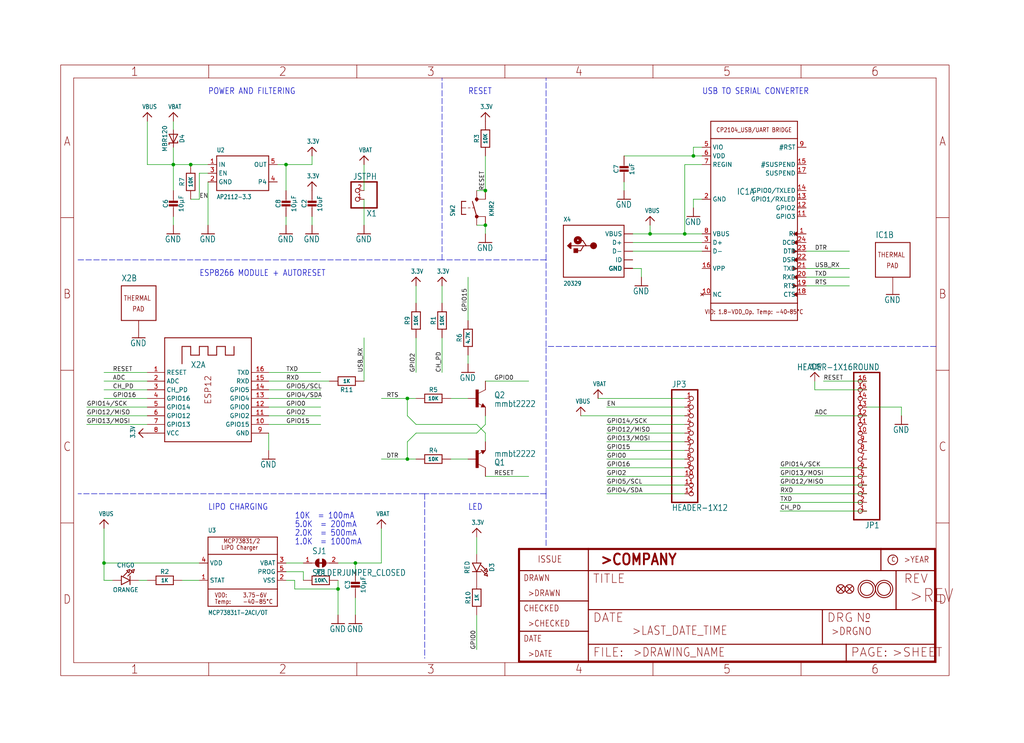
<source format=kicad_sch>
(kicad_sch (version 20211123) (generator eeschema)
  (paper "User" 300.076 217.881)
  (lib_symbols
    (symbol "eagleSchem-eagle-import:3.3V" (power)
      (property "Value" "3.3V" (at -1.524 1.016 0))
      (symbol "3.3V_1_0"
        (pin power_in line (at 0 -2.54 90) (length 2.54) (name "3.3V") (number "1"))
      )
    )
    (symbol "eagleSchem-eagle-import:CAP_CERAMIC0603_NO"
      (property "Reference" "C" (at -2.29 1.25 90))
      (property "Value" "CAP_CERAMIC0603_NO" (at 2.3 1.25 90))
      (symbol "CAP_CERAMIC0603_NO_1_0"
        (pin passive line (at 0 5.08 270) (length 2.54) (name "1") (number "1"))
        (pin passive line (at 0 -2.54 90) (length 2.54) (name "2") (number "2"))
      )
    )
    (symbol "eagleSchem-eagle-import:CAP_CERAMIC0805-NOOUTLINE"
      (property "Reference" "C" (at -2.29 1.25 90))
      (property "Value" "CAP_CERAMIC0805-NOOUTLINE" (at 2.3 1.25 90))
      (symbol "CAP_CERAMIC0805-NOOUTLINE_1_0"
        (pin passive line (at 0 5.08 270) (length 2.54) (name "1") (number "1"))
        (pin passive line (at 0 -2.54 90) (length 2.54) (name "2") (number "2"))
      )
    )
    (symbol "eagleSchem-eagle-import:CON_JST_PH_2PIN"
      (property "Reference" "X" (at -6.35 5.715 0))
      (property "Value" "CON_JST_PH_2PIN" (at -6.35 -5.08 0))
      (symbol "CON_JST_PH_2PIN_1_0"
        (pin passive inverted (at -2.54 2.54 0) (length 2.54) (name "1") (number "1"))
        (pin passive inverted (at -2.54 0 0) (length 2.54) (name "2") (number "2"))
      )
    )
    (symbol "eagleSchem-eagle-import:CP2104"
      (property "Reference" "U" (at -5.08 6.35 0))
      (symbol "CP2104_1_0"
        (text "CP2104_USB/UART BRIDGE" (at 0 25.4 0) (effects (font (size 1.27 1.0795))))
        (text "VIO: 1.8-VDD_Op. Temp: -40~85°C" (at 0 -27.94 0) (effects (font (size 1.27 1.0795))))
        (pin input line (at 15.24 -5.08 180) (length 2.54) (name "RI") (number "1"))
        (pin no_connect line (at -15.24 -22.86 0) (length 2.54) (name "NC") (number "10"))
        (pin bidirectional line (at 15.24 0 180) (length 2.54) (name "GPIO3") (number "11"))
        (pin bidirectional line (at 15.24 2.54 180) (length 2.54) (name "GPIO2") (number "12"))
        (pin bidirectional line (at 15.24 5.08 180) (length 2.54) (name "GPIO1/RXLED") (number "13"))
        (pin bidirectional line (at 15.24 7.62 180) (length 2.54) (name "GPIO0/TXLED") (number "14"))
        (pin output line (at 15.24 15.24 180) (length 2.54) (name "#SUSPEND") (number "15"))
        (pin bidirectional line (at -15.24 -15.24 0) (length 2.54) (name "VPP") (number "16"))
        (pin output line (at 15.24 12.7 180) (length 2.54) (name "SUSPEND") (number "17"))
        (pin input line (at 15.24 -22.86 180) (length 2.54) (name "CTS") (number "18"))
        (pin output line (at 15.24 -20.32 180) (length 2.54) (name "RTS") (number "19"))
        (pin power_in line (at -15.24 5.08 0) (length 2.54) (name "GND") (number "2"))
        (pin input line (at 15.24 -17.78 180) (length 2.54) (name "RXD") (number "20"))
        (pin output line (at 15.24 -15.24 180) (length 2.54) (name "TXD") (number "21"))
        (pin input line (at 15.24 -12.7 180) (length 2.54) (name "DSR") (number "22"))
        (pin output line (at 15.24 -10.16 180) (length 2.54) (name "DTR") (number "23"))
        (pin input line (at 15.24 -7.62 180) (length 2.54) (name "DCD") (number "24"))
        (pin bidirectional line (at -15.24 -7.62 0) (length 2.54) (name "D+") (number "3"))
        (pin bidirectional line (at -15.24 -10.16 0) (length 2.54) (name "D-") (number "4"))
        (pin power_in line (at -15.24 20.32 0) (length 2.54) (name "VIO") (number "5"))
        (pin power_in line (at -15.24 17.78 0) (length 2.54) (name "VDD") (number "6"))
        (pin power_in line (at -15.24 15.24 0) (length 2.54) (name "REGIN") (number "7"))
        (pin power_in line (at -15.24 -5.08 0) (length 2.54) (name "VBUS") (number "8"))
        (pin bidirectional line (at 15.24 20.32 180) (length 2.54) (name "#RST") (number "9"))
      )
      (symbol "CP2104_2_0"
        (text "PAD" (at -1.905 -2.54 0) (effects (font (size 1.4224 1.209)) (justify left bottom)))
        (text "THERMAL" (at -4.445 0.635 0) (effects (font (size 1.4224 1.209)) (justify left bottom)))
        (pin power_in line (at 0 -7.62 90) (length 2.54) (name "TP") (number "THERM"))
      )
    )
    (symbol "eagleSchem-eagle-import:DIODE-SCHOTTKYSOD-123"
      (property "Reference" "D" (at 0 2.54 0))
      (property "Value" "DIODE-SCHOTTKYSOD-123" (at 0 -2.5 0))
      (symbol "DIODE-SCHOTTKYSOD-123_1_0"
        (pin passive line (at -2.54 0 0) (length 2.54) (name "A") (number "A"))
        (pin passive line (at 2.54 0 180) (length 2.54) (name "C") (number "C"))
      )
    )
    (symbol "eagleSchem-eagle-import:ESP-12S"
      (symbol "ESP-12S_1_0"
        (text "ESP12" (at 0 0 900) (effects (font (size 1.778 1.778))))
        (pin input line (at -17.78 5.08 0) (length 5.08) (name "RESET") (number "1"))
        (pin bidirectional line (at 17.78 -10.16 180) (length 5.08) (name "GPIO15") (number "10"))
        (pin bidirectional line (at 17.78 -7.62 180) (length 5.08) (name "GPIO2") (number "11"))
        (pin bidirectional line (at 17.78 -5.08 180) (length 5.08) (name "GPIO0") (number "12"))
        (pin bidirectional line (at 17.78 -2.54 180) (length 5.08) (name "GPIO4") (number "13"))
        (pin bidirectional line (at 17.78 0 180) (length 5.08) (name "GPIO5") (number "14"))
        (pin input line (at 17.78 2.54 180) (length 5.08) (name "RXD") (number "15"))
        (pin output line (at 17.78 5.08 180) (length 5.08) (name "TXD") (number "16"))
        (pin passive line (at -17.78 2.54 0) (length 5.08) (name "ADC") (number "2"))
        (pin input line (at -17.78 0 0) (length 5.08) (name "CH_PD") (number "3"))
        (pin bidirectional line (at -17.78 -2.54 0) (length 5.08) (name "GPIO16") (number "4"))
        (pin bidirectional line (at -17.78 -5.08 0) (length 5.08) (name "GPIO14") (number "5"))
        (pin bidirectional line (at -17.78 -7.62 0) (length 5.08) (name "GPIO12") (number "6"))
        (pin bidirectional line (at -17.78 -10.16 0) (length 5.08) (name "GPIO13") (number "7"))
        (pin power_in line (at -17.78 -12.7 0) (length 5.08) (name "VCC") (number "8"))
        (pin power_in line (at 17.78 -12.7 180) (length 5.08) (name "GND") (number "9"))
      )
      (symbol "ESP-12S_2_0"
        (text "PAD" (at -1.905 -2.54 0) (effects (font (size 1.4224 1.209)) (justify left bottom)))
        (text "THERMAL" (at -4.445 0.635 0) (effects (font (size 1.4224 1.209)) (justify left bottom)))
        (pin power_in line (at 0 -7.62 90) (length 2.54) (name "TP") (number "P$1"))
      )
    )
    (symbol "eagleSchem-eagle-import:FIDUCIAL_1MM")
    (symbol "eagleSchem-eagle-import:FRAME_A4"
      (symbol "FRAME_A4_1_0"
        (text "1" (at 21.6958 1.905 0) (effects (font (size 2.54 2.286))))
        (text "1" (at 21.6958 177.165 0) (effects (font (size 2.54 2.286))))
        (text "2" (at 65.0875 1.905 0) (effects (font (size 2.54 2.286))))
        (text "2" (at 65.0875 177.165 0) (effects (font (size 2.54 2.286))))
        (text "3" (at 108.4792 1.905 0) (effects (font (size 2.54 2.286))))
        (text "3" (at 108.4792 177.165 0) (effects (font (size 2.54 2.286))))
        (text "4" (at 151.8708 1.905 0) (effects (font (size 2.54 2.286))))
        (text "4" (at 151.8708 177.165 0) (effects (font (size 2.54 2.286))))
        (text "5" (at 195.2625 1.905 0) (effects (font (size 2.54 2.286))))
        (text "5" (at 195.2625 177.165 0) (effects (font (size 2.54 2.286))))
        (text "6" (at 238.6542 1.905 0) (effects (font (size 2.54 2.286))))
        (text "6" (at 238.6542 177.165 0) (effects (font (size 2.54 2.286))))
        (text "A" (at 1.905 156.6863 0) (effects (font (size 2.54 2.286))))
        (text "A" (at 258.445 156.6863 0) (effects (font (size 2.54 2.286))))
        (text "B" (at 1.905 111.9188 0) (effects (font (size 2.54 2.286))))
        (text "B" (at 258.445 111.9188 0) (effects (font (size 2.54 2.286))))
        (text "C" (at 1.905 67.1513 0) (effects (font (size 2.54 2.286))))
        (text "C" (at 258.445 67.1513 0) (effects (font (size 2.54 2.286))))
        (text "D" (at 1.905 22.3838 0) (effects (font (size 2.54 2.286))))
        (text "D" (at 258.445 22.3838 0) (effects (font (size 2.54 2.286))))
      )
      (symbol "FRAME_A4_2_0"
        (text ">CHECKED" (at 2.2352 11.7348 0) (effects (font (size 1.778 1.5113)) (justify left bottom)))
        (text ">COMPANY" (at 23.349 29.6735 0) (effects (font (size 3.175 2.6987) (thickness 0.5397) bold) (justify left bottom)))
        (text ">DATE" (at 2.2352 2.8448 0) (effects (font (size 1.778 1.5113)) (justify left bottom)))
        (text ">DRAWING_NAME" (at 33.0327 2.8448 0) (effects (font (size 2.54 2.159)) (justify left bottom)))
        (text ">DRAWN" (at 2.2352 20.6248 0) (effects (font (size 1.778 1.5113)) (justify left bottom)))
        (text ">DRGNO" (at 91.1352 9.1948 0) (effects (font (size 2.1844 1.8567)) (justify left bottom)))
        (text ">LAST_DATE_TIME" (at 32.7152 9.1948 0) (effects (font (size 2.54 2.159)) (justify left bottom)))
        (text ">REV" (at 113.9952 18.7198 0) (effects (font (size 3.81 3.2385)) (justify left bottom)))
        (text ">SHEET" (at 108.9152 2.8448 0) (effects (font (size 2.54 2.54)) (justify left bottom)))
        (text ">YEAR" (at 112.4077 30.4673 0) (effects (font (size 1.778 1.5113)) (justify left bottom)))
        (text "C" (at 108.7564 30.7848 0) (effects (font (size 1.27 1.0795)) (justify left bottom)))
        (text "CHECKED" (at 0.9652 16.1798 0) (effects (font (size 1.778 1.5113)) (justify left bottom)))
        (text "DATE" (at 0.9652 7.2898 0) (effects (font (size 1.778 1.5113)) (justify left bottom)))
        (text "DATE" (at 21.2852 13.0048 0) (effects (font (size 2.54 2.54)) (justify left bottom)))
        (text "DRAWN" (at 0.9652 25.0698 0) (effects (font (size 1.778 1.5113)) (justify left bottom)))
        (text "DRG" (at 89.8652 13.0048 0) (effects (font (size 2.54 2.54)) (justify left bottom)))
        (text "FILE:" (at 21.2852 2.8448 0) (effects (font (size 2.54 2.54)) (justify left bottom)))
        (text "ISSUE" (at 5.0927 30.4673 0) (effects (font (size 1.9304 1.6408)) (justify left bottom)))
        (text "N" (at 98.4377 13.0048 0) (effects (font (size 2.54 2.54)) (justify left bottom)))
        (text "o" (at 100.9777 13.9573 0) (effects (font (size 2.1844 1.8567)) (justify left bottom)))
        (text "PAGE:" (at 96.8502 2.8448 0) (effects (font (size 2.54 2.54)) (justify left bottom)))
        (text "REV" (at 112.4077 24.4348 0) (effects (font (size 2.54 2.54)) (justify left bottom)))
        (text "TITLE" (at 21.2852 24.4348 0) (effects (font (size 2.54 2.54)) (justify left bottom)))
      )
    )
    (symbol "eagleSchem-eagle-import:GND" (power)
      (property "Value" "GND" (at -2.54 -2.54 0))
      (symbol "GND_1_0"
        (pin power_in line (at 0 2.54 270) (length 2.54) (name "GND") (number "1"))
      )
    )
    (symbol "eagleSchem-eagle-import:HEADER-1X12"
      (property "Reference" "JP" (at -6.35 18.415 0))
      (property "Value" "HEADER-1X12" (at -6.35 -17.78 0))
      (symbol "HEADER-1X12_1_0"
        (pin passive inverted (at -2.54 15.24 0) (length 2.54) (name "1") (number "1"))
        (pin passive inverted (at -2.54 -7.62 0) (length 2.54) (name "10") (number "10"))
        (pin passive inverted (at -2.54 -10.16 0) (length 2.54) (name "11") (number "11"))
        (pin passive inverted (at -2.54 -12.7 0) (length 2.54) (name "12") (number "12"))
        (pin passive inverted (at -2.54 12.7 0) (length 2.54) (name "2") (number "2"))
        (pin passive inverted (at -2.54 10.16 0) (length 2.54) (name "3") (number "3"))
        (pin passive inverted (at -2.54 7.62 0) (length 2.54) (name "4") (number "4"))
        (pin passive inverted (at -2.54 5.08 0) (length 2.54) (name "5") (number "5"))
        (pin passive inverted (at -2.54 2.54 0) (length 2.54) (name "6") (number "6"))
        (pin passive inverted (at -2.54 0 0) (length 2.54) (name "7") (number "7"))
        (pin passive inverted (at -2.54 -2.54 0) (length 2.54) (name "8") (number "8"))
        (pin passive inverted (at -2.54 -5.08 0) (length 2.54) (name "9") (number "9"))
      )
    )
    (symbol "eagleSchem-eagle-import:HEADER-1X16ROUND"
      (property "Reference" "JP" (at -6.35 20.955 0))
      (property "Value" "HEADER-1X16ROUND" (at -6.35 -25.4 0))
      (symbol "HEADER-1X16ROUND_1_0"
        (pin passive inverted (at -2.54 17.78 0) (length 2.54) (name "1") (number "1"))
        (pin passive inverted (at -2.54 -5.08 0) (length 2.54) (name "10") (number "10"))
        (pin passive inverted (at -2.54 -7.62 0) (length 2.54) (name "11") (number "11"))
        (pin passive inverted (at -2.54 -10.16 0) (length 2.54) (name "12") (number "12"))
        (pin passive inverted (at -2.54 -12.7 0) (length 2.54) (name "13") (number "13"))
        (pin passive inverted (at -2.54 -15.24 0) (length 2.54) (name "14") (number "14"))
        (pin passive inverted (at -2.54 -17.78 0) (length 2.54) (name "15") (number "15"))
        (pin passive inverted (at -2.54 -20.32 0) (length 2.54) (name "16") (number "16"))
        (pin passive inverted (at -2.54 15.24 0) (length 2.54) (name "2") (number "2"))
        (pin passive inverted (at -2.54 12.7 0) (length 2.54) (name "3") (number "3"))
        (pin passive inverted (at -2.54 10.16 0) (length 2.54) (name "4") (number "4"))
        (pin passive inverted (at -2.54 7.62 0) (length 2.54) (name "5") (number "5"))
        (pin passive inverted (at -2.54 5.08 0) (length 2.54) (name "6") (number "6"))
        (pin passive inverted (at -2.54 2.54 0) (length 2.54) (name "7") (number "7"))
        (pin passive inverted (at -2.54 0 0) (length 2.54) (name "8") (number "8"))
        (pin passive inverted (at -2.54 -2.54 0) (length 2.54) (name "9") (number "9"))
      )
    )
    (symbol "eagleSchem-eagle-import:LED0805_NOOUTLINE"
      (property "Reference" "D" (at -1.27 4.445 0))
      (property "Value" "LED0805_NOOUTLINE" (at -1.27 -2.794 0))
      (symbol "LED0805_NOOUTLINE_1_0"
        (pin passive line (at -5.08 0 0) (length 2.54) (name "A") (number "A"))
        (pin passive line (at 2.54 0 180) (length 2.54) (name "C") (number "C"))
      )
    )
    (symbol "eagleSchem-eagle-import:MCP73831{slash}2"
      (property "Reference" "U" (at -10.16 11.43 0))
      (property "Value" "MCP73831{slash}2" (at -10.16 -12.7 0))
      (symbol "MCP73831{slash}2_1_0"
        (text "-40-85°C" (at 0 -9.525 0) (effects (font (size 1.27 1.0795)) (justify left bottom)))
        (text "3.75-6V" (at 0 -7.62 0) (effects (font (size 1.27 1.0795)) (justify left bottom)))
        (text "LIPO Charger" (at -6.35 6.35 0) (effects (font (size 1.27 1.0795)) (justify left bottom)))
        (text "MCP73831/2" (at -5.715 8.255 0) (effects (font (size 1.27 1.0795)) (justify left bottom)))
        (text "Temp:" (at -8.255 -9.525 0) (effects (font (size 1.27 1.0795)) (justify left bottom)))
        (text "VDD:" (at -8.255 -7.62 0) (effects (font (size 1.27 1.0795)) (justify left bottom)))
        (pin output line (at -12.7 -2.54 0) (length 2.54) (name "STAT") (number "1"))
        (pin power_in line (at 12.7 -2.54 180) (length 2.54) (name "VSS") (number "2"))
        (pin power_in line (at 12.7 2.54 180) (length 2.54) (name "VBAT") (number "3"))
        (pin power_in line (at -12.7 2.54 0) (length 2.54) (name "VDD") (number "4"))
        (pin input line (at 12.7 0 180) (length 2.54) (name "PROG") (number "5"))
      )
    )
    (symbol "eagleSchem-eagle-import:MOUNTINGHOLE2.5")
    (symbol "eagleSchem-eagle-import:RESISTOR_0603MP"
      (property "Reference" "R" (at 0 2.54 0))
      (property "Value" "RESISTOR_0603MP" (at 0 0 0))
      (symbol "RESISTOR_0603MP_1_0"
        (pin passive line (at -5.08 0 0) (length 2.54) (name "1") (number "1"))
        (pin passive line (at 5.08 0 180) (length 2.54) (name "2") (number "2"))
      )
    )
    (symbol "eagleSchem-eagle-import:RESISTOR_0603_NOOUT"
      (property "Reference" "R" (at 0 2.54 0))
      (property "Value" "RESISTOR_0603_NOOUT" (at 0 0 0))
      (symbol "RESISTOR_0603_NOOUT_1_0"
        (pin passive line (at -5.08 0 0) (length 2.54) (name "1") (number "1"))
        (pin passive line (at 5.08 0 180) (length 2.54) (name "2") (number "2"))
      )
    )
    (symbol "eagleSchem-eagle-import:SOLDERJUMPER_CLOSED"
      (property "Reference" "SJ" (at -2.54 2.54 0))
      (property "Value" "SOLDERJUMPER_CLOSED" (at -2.54 -3.81 0))
      (symbol "SOLDERJUMPER_CLOSED_1_0"
        (pin passive line (at -5.08 0 0) (length 2.54) (name "1") (number "1"))
        (pin passive line (at 5.08 0 180) (length 2.54) (name "2") (number "2"))
      )
    )
    (symbol "eagleSchem-eagle-import:SWITCH_TACT_SMT4.6X2.8"
      (property "Reference" "SW" (at -2.54 6.35 0))
      (property "Value" "SWITCH_TACT_SMT4.6X2.8" (at -2.54 -5.08 0))
      (symbol "SWITCH_TACT_SMT4.6X2.8_1_0"
        (pin passive line (at -5.08 0 0) (length 2.54) (name "P") (number "A"))
        (pin passive line (at -5.08 -2.54 0) (length 2.54) (name "P1") (number "A'"))
        (pin passive line (at 5.08 0 180) (length 2.54) (name "S") (number "B"))
        (pin passive line (at 5.08 -2.54 180) (length 2.54) (name "S1") (number "B'"))
      )
    )
    (symbol "eagleSchem-eagle-import:TRANSISTOR_NPNSOT23-3"
      (property "Reference" "Q" (at 5.08 0 0))
      (property "Value" "TRANSISTOR_NPNSOT23-3" (at 5.08 -2.54 0))
      (symbol "TRANSISTOR_NPNSOT23-3_1_0"
        (pin passive line (at -2.54 0 0) (length 2.54) (name "B") (number "1"))
        (pin passive line (at 2.54 -5.08 90) (length 2.54) (name "E") (number "2"))
        (pin passive line (at 2.54 5.08 270) (length 2.54) (name "C") (number "3"))
      )
    )
    (symbol "eagleSchem-eagle-import:USB_MICRO_20329_V2"
      (property "Reference" "X" (at -10.16 8.636 0))
      (property "Value" "USB_MICRO_20329_V2" (at -10.16 -10.16 0))
      (symbol "USB_MICRO_20329_V2_1_0"
        (pin power_in line (at 10.16 -5.08 180) (length 2.54) (name "GND") (number "BASE@1"))
        (pin power_in line (at 10.16 -5.08 180) (length 2.54) (name "GND") (number "BASE@2"))
        (pin bidirectional line (at 10.16 2.54 180) (length 2.54) (name "D+") (number "D+"))
        (pin bidirectional line (at 10.16 0 180) (length 2.54) (name "D-") (number "D-"))
        (pin power_in line (at 10.16 -5.08 180) (length 2.54) (name "GND") (number "GND"))
        (pin bidirectional line (at 10.16 -2.54 180) (length 2.54) (name "ID") (number "ID"))
        (pin power_in line (at 10.16 -5.08 180) (length 2.54) (name "GND") (number "SPRT@1"))
        (pin power_in line (at 10.16 -5.08 180) (length 2.54) (name "GND") (number "SPRT@2"))
        (pin power_in line (at 10.16 -5.08 180) (length 2.54) (name "GND") (number "SPRT@3"))
        (pin power_in line (at 10.16 -5.08 180) (length 2.54) (name "GND") (number "SPRT@4"))
        (pin power_in line (at 10.16 5.08 180) (length 2.54) (name "VBUS") (number "VBUS"))
      )
    )
    (symbol "eagleSchem-eagle-import:VBAT" (power)
      (property "Value" "VBAT" (at -1.524 1.016 0))
      (symbol "VBAT_1_0"
        (pin power_in line (at 0 -2.54 90) (length 2.54) (name "VBAT") (number "1"))
      )
    )
    (symbol "eagleSchem-eagle-import:VBUS" (power)
      (property "Value" "VBUS" (at -1.524 1.016 0))
      (symbol "VBUS_1_0"
        (pin power_in line (at 0 -2.54 90) (length 2.54) (name "VBUS") (number "1"))
      )
    )
    (symbol "eagleSchem-eagle-import:VREG_SOT23-5"
      (property "Reference" "U" (at -7.62 6.096 0))
      (property "Value" "VREG_SOT23-5" (at -7.62 -7.62 0))
      (symbol "VREG_SOT23-5_1_0"
        (pin power_in line (at -10.16 2.54 0) (length 2.54) (name "IN") (number "1"))
        (pin power_in line (at -10.16 -2.54 0) (length 2.54) (name "GND") (number "2"))
        (pin input line (at -10.16 0 0) (length 2.54) (name "EN") (number "3"))
        (pin bidirectional line (at 10.16 -2.54 180) (length 2.54) (name "P4") (number "4"))
        (pin power_in line (at 10.16 2.54 180) (length 2.54) (name "OUT") (number "5"))
      )
    )
  )
  (junction (at 190.5 68.58))
  (junction (at 142.24 55.88))
  (junction (at 30.48 165.1))
  (junction (at 142.24 66.04))
  (junction (at 99.06 172.72))
  (junction (at 50.8 48.26))
  (junction (at 83.82 48.26))
  (junction (at 119.38 116.84))
  (junction (at 203.2 45.72))
  (junction (at 55.88 48.26))
  (junction (at 119.38 134.62))
  (junction (at 104.14 165.1))
  (junction (at 200.66 68.58))
  (wire (pts (xy 238.76 111.76) (xy 238.76 114.3)))
  (wire (pts (xy 60.96 48.26) (xy 55.88 48.26)))
  (wire (pts (xy 43.18 35.56) (xy 43.18 48.26)))
  (wire (pts (xy 254 149.86) (xy 228.6 149.86)))
  (wire (pts (xy 50.8 38.1) (xy 50.8 35.56)))
  (wire (pts (xy 200.66 142.24) (xy 177.8 142.24)))
  (wire (pts (xy 254 121.92) (xy 238.76 121.92)))
  (wire (pts (xy 78.74 109.22) (xy 93.98 109.22)))
  (wire (pts (xy 177.8 127) (xy 200.66 127)))
  (wire (pts (xy 254 144.78) (xy 228.6 144.78)))
  (wire (pts (xy 142.24 129.54) (xy 142.24 127)))
  (polyline (pts (xy 160.02 101.6) (xy 160.02 76.2)))
  (wire (pts (xy 93.98 121.92) (xy 78.74 121.92)))
  (wire (pts (xy 254 139.7) (xy 228.6 139.7)))
  (wire (pts (xy 88.9 165.1) (xy 83.82 165.1)))
  (wire (pts (xy 142.24 45.72) (xy 142.24 55.88)))
  (wire (pts (xy 200.66 121.92) (xy 170.18 121.92)))
  (wire (pts (xy 58.42 58.42) (xy 58.42 50.8)))
  (wire (pts (xy 55.88 48.26) (xy 50.8 48.26)))
  (wire (pts (xy 86.36 170.18) (xy 86.36 172.72)))
  (wire (pts (xy 139.7 66.04) (xy 142.24 66.04)))
  (wire (pts (xy 139.7 124.46) (xy 121.92 124.46)))
  (wire (pts (xy 248.92 81.28) (xy 236.22 81.28)))
  (wire (pts (xy 137.16 106.68) (xy 137.16 104.14)))
  (wire (pts (xy 121.92 124.46) (xy 119.38 121.92)))
  (wire (pts (xy 139.7 162.56) (xy 139.7 157.48)))
  (wire (pts (xy 83.82 170.18) (xy 86.36 170.18)))
  (wire (pts (xy 254 137.16) (xy 228.6 137.16)))
  (wire (pts (xy 187.96 78.74) (xy 187.96 81.28)))
  (wire (pts (xy 83.82 63.5) (xy 83.82 66.04)))
  (wire (pts (xy 142.24 66.04) (xy 142.24 68.58)))
  (wire (pts (xy 137.16 134.62) (xy 132.08 134.62)))
  (wire (pts (xy 88.9 167.64) (xy 88.9 170.18)))
  (wire (pts (xy 142.24 55.88) (xy 139.7 55.88)))
  (wire (pts (xy 25.4 124.46) (xy 43.18 124.46)))
  (wire (pts (xy 106.68 111.76) (xy 106.68 99.06)))
  (wire (pts (xy 205.74 48.26) (xy 200.66 48.26)))
  (polyline (pts (xy 22.86 76.2) (xy 129.54 76.2)))
  (wire (pts (xy 78.74 116.84) (xy 93.98 116.84)))
  (wire (pts (xy 203.2 58.42) (xy 203.2 60.96)))
  (wire (pts (xy 205.74 58.42) (xy 203.2 58.42)))
  (polyline (pts (xy 160.02 160.02) (xy 160.02 144.78)))
  (wire (pts (xy 129.54 99.06) (xy 129.54 109.22)))
  (wire (pts (xy 121.92 88.9) (xy 121.92 83.82)))
  (wire (pts (xy 139.7 127) (xy 121.92 127)))
  (wire (pts (xy 33.02 170.18) (xy 30.48 170.18)))
  (wire (pts (xy 200.66 124.46) (xy 177.8 124.46)))
  (wire (pts (xy 30.48 170.18) (xy 30.48 165.1)))
  (wire (pts (xy 83.82 48.26) (xy 91.44 48.26)))
  (wire (pts (xy 236.22 73.66) (xy 248.92 73.66)))
  (wire (pts (xy 43.18 116.84) (xy 30.48 116.84)))
  (wire (pts (xy 53.34 170.18) (xy 58.42 170.18)))
  (polyline (pts (xy 160.02 76.2) (xy 160.02 22.86)))
  (wire (pts (xy 30.48 165.1) (xy 58.42 165.1)))
  (wire (pts (xy 254 119.38) (xy 264.16 119.38)))
  (wire (pts (xy 175.26 116.84) (xy 200.66 116.84)))
  (wire (pts (xy 40.64 170.18) (xy 43.18 170.18)))
  (polyline (pts (xy 124.46 144.78) (xy 22.86 144.78)))
  (wire (pts (xy 129.54 88.9) (xy 129.54 83.82)))
  (wire (pts (xy 177.8 119.38) (xy 200.66 119.38)))
  (wire (pts (xy 177.8 132.08) (xy 200.66 132.08)))
  (wire (pts (xy 58.42 50.8) (xy 60.96 50.8)))
  (wire (pts (xy 119.38 116.84) (xy 121.92 116.84)))
  (wire (pts (xy 142.24 111.76) (xy 154.94 111.76)))
  (wire (pts (xy 238.76 114.3) (xy 254 114.3)))
  (wire (pts (xy 182.88 53.34) (xy 182.88 55.88)))
  (wire (pts (xy 83.82 167.64) (xy 88.9 167.64)))
  (wire (pts (xy 104.14 165.1) (xy 111.76 165.1)))
  (wire (pts (xy 86.36 172.72) (xy 99.06 172.72)))
  (wire (pts (xy 43.18 121.92) (xy 25.4 121.92)))
  (wire (pts (xy 111.76 154.94) (xy 111.76 165.1)))
  (polyline (pts (xy 274.32 101.6) (xy 160.02 101.6)))
  (wire (pts (xy 93.98 114.3) (xy 78.74 114.3)))
  (wire (pts (xy 248.92 83.82) (xy 236.22 83.82)))
  (wire (pts (xy 104.14 167.64) (xy 104.14 165.1)))
  (wire (pts (xy 228.6 147.32) (xy 254 147.32)))
  (wire (pts (xy 119.38 134.62) (xy 111.76 134.62)))
  (wire (pts (xy 43.18 111.76) (xy 30.48 111.76)))
  (wire (pts (xy 203.2 45.72) (xy 182.88 45.72)))
  (wire (pts (xy 78.74 124.46) (xy 93.98 124.46)))
  (wire (pts (xy 50.8 63.5) (xy 50.8 66.04)))
  (wire (pts (xy 200.66 48.26) (xy 200.66 68.58)))
  (wire (pts (xy 91.44 48.26) (xy 91.44 45.72)))
  (wire (pts (xy 91.44 63.5) (xy 91.44 66.04)))
  (wire (pts (xy 104.14 165.1) (xy 99.06 165.1)))
  (wire (pts (xy 119.38 134.62) (xy 121.92 134.62)))
  (wire (pts (xy 236.22 78.74) (xy 248.92 78.74)))
  (wire (pts (xy 177.8 137.16) (xy 200.66 137.16)))
  (wire (pts (xy 121.92 127) (xy 119.38 129.54)))
  (wire (pts (xy 203.2 43.18) (xy 203.2 45.72)))
  (polyline (pts (xy 129.54 76.2) (xy 129.54 22.86)))
  (polyline (pts (xy 124.46 144.78) (xy 124.46 193.04)))
  (wire (pts (xy 83.82 55.88) (xy 83.82 48.26)))
  (wire (pts (xy 121.92 99.06) (xy 121.92 109.22)))
  (wire (pts (xy 99.06 172.72) (xy 99.06 180.34)))
  (wire (pts (xy 55.88 58.42) (xy 58.42 58.42)))
  (wire (pts (xy 177.8 144.78) (xy 200.66 144.78)))
  (wire (pts (xy 106.68 48.26) (xy 106.68 55.88)))
  (wire (pts (xy 119.38 121.92) (xy 119.38 116.84)))
  (polyline (pts (xy 160.02 144.78) (xy 160.02 101.6)))
  (wire (pts (xy 99.06 170.18) (xy 99.06 172.72)))
  (wire (pts (xy 137.16 93.98) (xy 137.16 81.28)))
  (wire (pts (xy 119.38 129.54) (xy 119.38 134.62)))
  (wire (pts (xy 190.5 68.58) (xy 190.5 66.04)))
  (wire (pts (xy 50.8 43.18) (xy 50.8 48.26)))
  (wire (pts (xy 96.52 111.76) (xy 78.74 111.76)))
  (wire (pts (xy 154.94 139.7) (xy 142.24 139.7)))
  (wire (pts (xy 190.5 68.58) (xy 200.66 68.58)))
  (wire (pts (xy 106.68 66.04) (xy 106.68 58.42)))
  (wire (pts (xy 142.24 124.46) (xy 139.7 127)))
  (wire (pts (xy 142.24 127) (xy 139.7 124.46)))
  (wire (pts (xy 81.28 48.26) (xy 83.82 48.26)))
  (wire (pts (xy 43.18 109.22) (xy 30.48 109.22)))
  (wire (pts (xy 205.74 43.18) (xy 203.2 43.18)))
  (wire (pts (xy 185.42 78.74) (xy 187.96 78.74)))
  (wire (pts (xy 30.48 114.3) (xy 43.18 114.3)))
  (wire (pts (xy 142.24 121.92) (xy 142.24 124.46)))
  (wire (pts (xy 228.6 142.24) (xy 254 142.24)))
  (wire (pts (xy 177.8 139.7) (xy 200.66 139.7)))
  (wire (pts (xy 185.42 71.12) (xy 205.74 71.12)))
  (wire (pts (xy 139.7 180.34) (xy 139.7 190.5)))
  (wire (pts (xy 60.96 53.34) (xy 60.96 66.04)))
  (wire (pts (xy 30.48 154.94) (xy 30.48 165.1)))
  (wire (pts (xy 78.74 119.38) (xy 93.98 119.38)))
  (polyline (pts (xy 160.02 144.78) (xy 124.46 144.78)))
  (wire (pts (xy 205.74 45.72) (xy 203.2 45.72)))
  (wire (pts (xy 104.14 175.26) (xy 104.14 180.34)))
  (wire (pts (xy 185.42 68.58) (xy 190.5 68.58)))
  (wire (pts (xy 185.42 73.66) (xy 205.74 73.66)))
  (wire (pts (xy 200.66 129.54) (xy 177.8 129.54)))
  (wire (pts (xy 200.66 134.62) (xy 177.8 134.62)))
  (polyline (pts (xy 160.02 76.2) (xy 129.54 76.2)))
  (wire (pts (xy 25.4 119.38) (xy 43.18 119.38)))
  (wire (pts (xy 254 111.76) (xy 241.3 111.76)))
  (wire (pts (xy 43.18 48.26) (xy 50.8 48.26)))
  (wire (pts (xy 50.8 48.26) (xy 50.8 55.88)))
  (wire (pts (xy 264.16 119.38) (xy 264.16 121.92)))
  (wire (pts (xy 200.66 68.58) (xy 205.74 68.58)))
  (wire (pts (xy 111.76 116.84) (xy 119.38 116.84)))
  (wire (pts (xy 78.74 127) (xy 78.74 132.08)))
  (wire (pts (xy 132.08 116.84) (xy 137.16 116.84)))
  (text "ESP8266 MODULE + AUTORESET" (at 58.42 81.28 180) (effects (font (size 1.778 1.5113)) (justify left bottom)))
  (text "2.0K  = 500mA" (at 86.36 157.48 180) (effects (font (size 1.778 1.5113)) (justify left bottom)))
  (text "1.0K  = 1000mA" (at 86.36 160.02 180) (effects (font (size 1.778 1.5113)) (justify left bottom)))
  (text "POWER AND FILTERING" (at 60.96 27.94 180) (effects (font (size 1.778 1.5113)) (justify left bottom)))
  (text "LED" (at 137.16 149.86 180) (effects (font (size 1.778 1.5113)) (justify left bottom)))
  (text "10K  = 100mA" (at 86.36 152.4 180) (effects (font (size 1.778 1.5113)) (justify left bottom)))
  (text "5.0K  = 200mA" (at 86.36 154.94 180) (effects (font (size 1.778 1.5113)) (justify left bottom)))
  (text "USB TO SERIAL CONVERTER" (at 205.74 27.94 180) (effects (font (size 1.778 1.5113)) (justify left bottom)))
  (text "RESET" (at 137.16 27.94 180) (effects (font (size 1.778 1.5113)) (justify left bottom)))
  (text "LIPO CHARGING" (at 60.96 149.86 180) (effects (font (size 1.778 1.5113)) (justify left bottom)))
  (label "USB_RX" (at 238.76 78.74 0) (effects (font (size 1.2446 1.2446))))
  (label "CH_PD" (at 33.02 114.3 0) (effects (font (size 1.2446 1.2446))))
  (label "RESET" (at 142.24 55.88 90) (effects (font (size 1.2446 1.2446))))
  (label "GPIO13/MOSI" (at 228.6 139.7 0) (effects (font (size 1.2446 1.2446))))
  (label "GPIO0" (at 177.8 134.62 0) (effects (font (size 1.2446 1.2446))))
  (label "GPIO15" (at 177.8 132.08 0) (effects (font (size 1.2446 1.2446))))
  (label "CH_PD" (at 129.54 109.22 90) (effects (font (size 1.2446 1.2446))))
  (label "GPIO15" (at 83.82 124.46 0) (effects (font (size 1.2446 1.2446))))
  (label "ADC" (at 238.76 121.92 0) (effects (font (size 1.2446 1.2446))))
  (label "GPIO14/SCK" (at 177.8 124.46 0) (effects (font (size 1.2446 1.2446))))
  (label "GPIO5/SCL" (at 83.82 114.3 0) (effects (font (size 1.2446 1.2446))))
  (label "GPIO14/SCK" (at 228.6 137.16 0) (effects (font (size 1.2446 1.2446))))
  (label "GPIO12/MISO" (at 25.4 121.92 0) (effects (font (size 1.2446 1.2446))))
  (label "GPIO2" (at 121.92 109.22 90) (effects (font (size 1.2446 1.2446))))
  (label "GPIO2" (at 177.8 139.7 0) (effects (font (size 1.2446 1.2446))))
  (label "TXD" (at 228.6 147.32 0) (effects (font (size 1.2446 1.2446))))
  (label "TXD" (at 83.82 109.22 0) (effects (font (size 1.2446 1.2446))))
  (label "GPIO16" (at 177.8 137.16 0) (effects (font (size 1.2446 1.2446))))
  (label "GPIO12/MISO" (at 177.8 127 0) (effects (font (size 1.2446 1.2446))))
  (label "GPIO14/SCK" (at 25.4 119.38 0) (effects (font (size 1.2446 1.2446))))
  (label "RESET" (at 144.78 139.7 0) (effects (font (size 1.2446 1.2446))))
  (label "GPIO2" (at 83.82 121.92 0) (effects (font (size 1.2446 1.2446))))
  (label "RESET" (at 241.3 111.76 0) (effects (font (size 1.2446 1.2446))))
  (label "GPIO0" (at 83.82 119.38 0) (effects (font (size 1.2446 1.2446))))
  (label "RESET" (at 33.02 109.22 0) (effects (font (size 1.2446 1.2446))))
  (label "GPIO0" (at 139.7 190.5 90) (effects (font (size 1.2446 1.2446))))
  (label "USB_RX" (at 106.68 109.22 90) (effects (font (size 1.2446 1.2446))))
  (label "EN" (at 58.42 58.42 0) (effects (font (size 1.2446 1.2446))))
  (label "DTR" (at 238.76 73.66 0) (effects (font (size 1.2446 1.2446))))
  (label "GPIO13/MOSI" (at 25.4 124.46 0) (effects (font (size 1.2446 1.2446))))
  (label "GPIO16" (at 33.02 116.84 0) (effects (font (size 1.2446 1.2446))))
  (label "GPIO4/SDA" (at 83.82 116.84 0) (effects (font (size 1.2446 1.2446))))
  (label "DTR" (at 116.84 134.62 180) (effects (font (size 1.2446 1.2446))))
  (label "GPIO15" (at 137.16 91.44 90) (effects (font (size 1.2446 1.2446))))
  (label "GPIO13/MOSI" (at 177.8 129.54 0) (effects (font (size 1.2446 1.2446))))
  (label "GPIO5/SCL" (at 177.8 142.24 0) (effects (font (size 1.2446 1.2446))))
  (label "EN" (at 177.8 119.38 0) (effects (font (size 1.2446 1.2446))))
  (label "RXD" (at 228.6 144.78 0) (effects (font (size 1.2446 1.2446))))
  (label "GPIO12/MISO" (at 228.6 142.24 0) (effects (font (size 1.2446 1.2446))))
  (label "GPIO4/SDA" (at 177.8 144.78 0) (effects (font (size 1.2446 1.2446))))
  (label "GPIO0" (at 144.78 111.76 0) (effects (font (size 1.2446 1.2446))))
  (label "RXD" (at 83.82 111.76 0) (effects (font (size 1.2446 1.2446))))
  (label "RTS" (at 238.76 83.82 0) (effects (font (size 1.2446 1.2446))))
  (label "RTS" (at 116.84 116.84 180) (effects (font (size 1.2446 1.2446))))
  (label "CH_PD" (at 228.6 149.86 0) (effects (font (size 1.2446 1.2446))))
  (label "TXD" (at 238.76 81.28 0) (effects (font (size 1.2446 1.2446))))
  (label "ADC" (at 33.02 111.76 0) (effects (font (size 1.2446 1.2446))))
  (symbol (lib_id "eagleSchem-eagle-import:CON_JST_PH_2PIN") (at 104.14 55.88 180) (unit 1)
    (property "Reference" "X1" (at 110.49 61.595 0) (effects (font (size 1.778 1.5113)) (justify left bottom)))
    (property "Value" "JSTPH" (at 110.49 50.8 0) (effects (font (size 1.778 1.5113)) (justify left bottom)))
    (property "Footprint" "eagleSchem:JSTPH2" (effects hide))
  )
  (symbol (lib_id "eagleSchem-eagle-import:CP2104") (at 261.62 76.2 0) (unit 2)
    (property "Reference" "IC1" (at 256.54 69.85 0) (effects (font (size 1.778 1.5113)) (justify left bottom)))
    (property "Value" "CP2104" (effects hide))
    (property "Footprint" "eagleSchem:QFN24_4MM_SMSC" (effects hide))
  )
  (symbol (lib_id "eagleSchem-eagle-import:RESISTOR_0603_NOOUT") (at 127 116.84 0) (unit 1)
    (property "Reference" "R5" (at 127 114.3 0))
    (property "Value" "10K" (at 127 116.84 0) (effects (font (size 1.016 1.016) bold)))
    (property "Footprint" "eagleSchem:0603-NO" (effects hide))
  )
  (symbol (lib_id "eagleSchem-eagle-import:TRANSISTOR_NPNSOT23-3") (at 139.7 134.62 0) (mirror x) (unit 1)
    (property "Reference" "Q1" (at 144.78 134.62 0) (effects (font (size 1.778 1.5113)) (justify left bottom)))
    (property "Value" "mmbt2222" (at 144.78 132.08 0) (effects (font (size 1.778 1.5113)) (justify left bottom)))
    (property "Footprint" "eagleSchem:SOT23-3" (effects hide))
  )
  (symbol (lib_id "eagleSchem-eagle-import:VBUS") (at 190.5 63.5 0) (unit 1)
    (property "Reference" "#U$18" (effects hide))
    (property "Value" "VBUS" (at 188.976 62.484 0) (effects (font (size 1.27 1.0795)) (justify left bottom)))
    (property "Footprint" "eagleSchem:" (effects hide))
  )
  (symbol (lib_id "eagleSchem-eagle-import:SWITCH_TACT_SMT4.6X2.8") (at 139.7 60.96 90) (unit 1)
    (property "Reference" "SW2" (at 133.35 63.5 0) (effects (font (size 1.27 1.0795)) (justify left bottom)))
    (property "Value" "KMR2" (at 144.78 63.5 0) (effects (font (size 1.27 1.0795)) (justify left bottom)))
    (property "Footprint" "eagleSchem:BTN_KMR2_4.6X2.8" (effects hide))
  )
  (symbol (lib_id "eagleSchem-eagle-import:RESISTOR_0603MP") (at 101.6 111.76 180) (unit 1)
    (property "Reference" "R11" (at 101.6 114.3 0))
    (property "Value" "1K" (at 101.6 111.76 0) (effects (font (size 1.016 1.016) bold)))
    (property "Footprint" "eagleSchem:_0603MP" (effects hide))
  )
  (symbol (lib_id "eagleSchem-eagle-import:3.3V") (at 238.76 109.22 0) (unit 1)
    (property "Reference" "#U$6" (effects hide))
    (property "Value" "3.3V" (at 237.236 108.204 0) (effects (font (size 1.27 1.0795)) (justify left bottom)))
    (property "Footprint" "eagleSchem:" (effects hide))
  )
  (symbol (lib_id "eagleSchem-eagle-import:RESISTOR_0603_NOOUT") (at 142.24 40.64 90) (unit 1)
    (property "Reference" "R3" (at 139.7 40.64 0))
    (property "Value" "10K" (at 142.24 40.64 0) (effects (font (size 1.016 1.016) bold)))
    (property "Footprint" "eagleSchem:0603-NO" (effects hide))
  )
  (symbol (lib_id "eagleSchem-eagle-import:3.3V") (at 129.54 81.28 0) (unit 1)
    (property "Reference" "#U$4" (effects hide))
    (property "Value" "3.3V" (at 128.016 80.264 0) (effects (font (size 1.27 1.0795)) (justify left bottom)))
    (property "Footprint" "eagleSchem:" (effects hide))
  )
  (symbol (lib_id "eagleSchem-eagle-import:USB_MICRO_20329_V2") (at 175.26 73.66 0) (unit 1)
    (property "Reference" "X4" (at 165.1 65.024 0) (effects (font (size 1.27 1.0795)) (justify left bottom)))
    (property "Value" "20329" (at 165.1 83.82 0) (effects (font (size 1.27 1.0795)) (justify left bottom)))
    (property "Footprint" "eagleSchem:4UCONN_20329_V2" (effects hide))
  )
  (symbol (lib_id "eagleSchem-eagle-import:GND") (at 182.88 58.42 0) (unit 1)
    (property "Reference" "#U$28" (effects hide))
    (property "Value" "GND" (at 180.34 60.96 0) (effects (font (size 1.778 1.5113)) (justify left bottom)))
    (property "Footprint" "eagleSchem:" (effects hide))
  )
  (symbol (lib_id "eagleSchem-eagle-import:GND") (at 187.96 83.82 0) (unit 1)
    (property "Reference" "#U$11" (effects hide))
    (property "Value" "GND" (at 185.42 86.36 0) (effects (font (size 1.778 1.5113)) (justify left bottom)))
    (property "Footprint" "eagleSchem:" (effects hide))
  )
  (symbol (lib_id "eagleSchem-eagle-import:3.3V") (at 139.7 154.94 0) (unit 1)
    (property "Reference" "#U$14" (effects hide))
    (property "Value" "3.3V" (at 138.176 153.924 0) (effects (font (size 1.27 1.0795)) (justify left bottom)))
    (property "Footprint" "eagleSchem:" (effects hide))
  )
  (symbol (lib_id "eagleSchem-eagle-import:SOLDERJUMPER_CLOSED") (at 93.98 165.1 0) (unit 1)
    (property "Reference" "SJ1" (at 91.44 162.56 0) (effects (font (size 1.778 1.5113)) (justify left bottom)))
    (property "Value" "SOLDERJUMPER_CLOSED" (at 91.44 168.91 0) (effects (font (size 1.778 1.5113)) (justify left bottom)))
    (property "Footprint" "eagleSchem:SOLDERJUMPER_CLOSEDWIRE" (effects hide))
  )
  (symbol (lib_id "eagleSchem-eagle-import:3.3V") (at 91.44 53.34 0) (unit 1)
    (property "Reference" "#U$24" (effects hide))
    (property "Value" "3.3V" (at 89.916 52.324 0) (effects (font (size 1.27 1.0795)) (justify left bottom)))
    (property "Footprint" "eagleSchem:" (effects hide))
  )
  (symbol (lib_id "eagleSchem-eagle-import:MCP73831{slash}2") (at 71.12 167.64 0) (unit 1)
    (property "Reference" "U3" (at 60.96 156.21 0) (effects (font (size 1.27 1.0795)) (justify left bottom)))
    (property "Value" "MCP73831T-2ACI/OT" (at 60.96 180.34 0) (effects (font (size 1.27 1.0795)) (justify left bottom)))
    (property "Footprint" "eagleSchem:SOT23-5" (effects hide))
  )
  (symbol (lib_id "eagleSchem-eagle-import:GND") (at 99.06 182.88 0) (unit 1)
    (property "Reference" "#U$36" (effects hide))
    (property "Value" "GND" (at 96.52 185.42 0) (effects (font (size 1.778 1.5113)) (justify left bottom)))
    (property "Footprint" "eagleSchem:" (effects hide))
  )
  (symbol (lib_id "eagleSchem-eagle-import:GND") (at 261.62 86.36 0) (unit 1)
    (property "Reference" "#U$1" (effects hide))
    (property "Value" "GND" (at 259.08 88.9 0) (effects (font (size 1.778 1.5113)) (justify left bottom)))
    (property "Footprint" "eagleSchem:" (effects hide))
  )
  (symbol (lib_id "eagleSchem-eagle-import:GND") (at 203.2 63.5 0) (unit 1)
    (property "Reference" "#U$12" (effects hide))
    (property "Value" "GND" (at 200.66 66.04 0) (effects (font (size 1.778 1.5113)) (justify left bottom)))
    (property "Footprint" "eagleSchem:" (effects hide))
  )
  (symbol (lib_id "eagleSchem-eagle-import:CAP_CERAMIC0603_NO") (at 182.88 50.8 0) (unit 1)
    (property "Reference" "C7" (at 180.59 49.55 90))
    (property "Value" "1uF" (at 185.18 49.55 90))
    (property "Footprint" "eagleSchem:0603-NO" (effects hide))
  )
  (symbol (lib_id "eagleSchem-eagle-import:GND") (at 104.14 182.88 0) (unit 1)
    (property "Reference" "#U$33" (effects hide))
    (property "Value" "GND" (at 101.6 185.42 0) (effects (font (size 1.778 1.5113)) (justify left bottom)))
    (property "Footprint" "eagleSchem:" (effects hide))
  )
  (symbol (lib_id "eagleSchem-eagle-import:GND") (at 83.82 68.58 0) (unit 1)
    (property "Reference" "#U$29" (effects hide))
    (property "Value" "GND" (at 81.28 71.12 0) (effects (font (size 1.778 1.5113)) (justify left bottom)))
    (property "Footprint" "eagleSchem:" (effects hide))
  )
  (symbol (lib_id "eagleSchem-eagle-import:RESISTOR_0603_NOOUT") (at 127 134.62 0) (unit 1)
    (property "Reference" "R4" (at 127 132.08 0))
    (property "Value" "10K" (at 127 134.62 0) (effects (font (size 1.016 1.016) bold)))
    (property "Footprint" "eagleSchem:0603-NO" (effects hide))
  )
  (symbol (lib_id "eagleSchem-eagle-import:MOUNTINGHOLE2.5") (at 259.08 172.72 0) (unit 1)
    (property "Reference" "U$32" (effects hide))
    (property "Value" "MOUNTINGHOLE2.5" (effects hide))
    (property "Footprint" "eagleSchem:MOUNTINGHOLE_2.5_PLATED" (effects hide))
  )
  (symbol (lib_id "eagleSchem-eagle-import:ESP-12S") (at 60.96 114.3 0) (unit 1)
    (property "Reference" "X2" (at 55.88 107.95 0) (effects (font (size 1.778 1.5113)) (justify left bottom)))
    (property "Value" "ESP-12" (effects hide))
    (property "Footprint" "eagleSchem:ESP-12S" (effects hide))
  )
  (symbol (lib_id "eagleSchem-eagle-import:3.3V") (at 91.44 43.18 0) (unit 1)
    (property "Reference" "#U$10" (effects hide))
    (property "Value" "3.3V" (at 89.916 42.164 0) (effects (font (size 1.27 1.0795)) (justify left bottom)))
    (property "Footprint" "eagleSchem:" (effects hide))
  )
  (symbol (lib_id "eagleSchem-eagle-import:GND") (at 50.8 68.58 0) (unit 1)
    (property "Reference" "#U$27" (effects hide))
    (property "Value" "GND" (at 48.26 71.12 0) (effects (font (size 1.778 1.5113)) (justify left bottom)))
    (property "Footprint" "eagleSchem:" (effects hide))
  )
  (symbol (lib_id "eagleSchem-eagle-import:3.3V") (at 142.24 33.02 0) (unit 1)
    (property "Reference" "#U$5" (effects hide))
    (property "Value" "3.3V" (at 140.716 32.004 0) (effects (font (size 1.27 1.0795)) (justify left bottom)))
    (property "Footprint" "eagleSchem:" (effects hide))
  )
  (symbol (lib_id "eagleSchem-eagle-import:GND") (at 60.96 68.58 0) (unit 1)
    (property "Reference" "#U$30" (effects hide))
    (property "Value" "GND" (at 58.42 71.12 0) (effects (font (size 1.778 1.5113)) (justify left bottom)))
    (property "Footprint" "eagleSchem:" (effects hide))
  )
  (symbol (lib_id "eagleSchem-eagle-import:DIODE-SCHOTTKYSOD-123") (at 50.8 40.64 270) (unit 1)
    (property "Reference" "D4" (at 53.34 40.64 0))
    (property "Value" "MBR120" (at 48.3 40.64 0))
    (property "Footprint" "eagleSchem:SOD-123" (effects hide))
  )
  (symbol (lib_id "eagleSchem-eagle-import:VBAT") (at 106.68 45.72 0) (unit 1)
    (property "Reference" "#U$16" (effects hide))
    (property "Value" "VBAT" (at 105.156 44.704 0) (effects (font (size 1.27 1.0795)) (justify left bottom)))
    (property "Footprint" "eagleSchem:" (effects hide))
  )
  (symbol (lib_id "eagleSchem-eagle-import:RESISTOR_0603_NOOUT") (at 121.92 93.98 90) (unit 1)
    (property "Reference" "R9" (at 119.38 93.98 0))
    (property "Value" "10K" (at 121.92 93.98 0) (effects (font (size 1.016 1.016) bold)))
    (property "Footprint" "eagleSchem:0603-NO" (effects hide))
  )
  (symbol (lib_id "eagleSchem-eagle-import:GND") (at 91.44 68.58 0) (unit 1)
    (property "Reference" "#U$17" (effects hide))
    (property "Value" "GND" (at 88.9 71.12 0) (effects (font (size 1.778 1.5113)) (justify left bottom)))
    (property "Footprint" "eagleSchem:" (effects hide))
  )
  (symbol (lib_id "eagleSchem-eagle-import:HEADER-1X12") (at 203.2 132.08 0) (unit 1)
    (property "Reference" "JP3" (at 196.85 113.665 0) (effects (font (size 1.778 1.5113)) (justify left bottom)))
    (property "Value" "HEADER-1X12" (at 196.85 149.86 0) (effects (font (size 1.778 1.5113)) (justify left bottom)))
    (property "Footprint" "eagleSchem:1X12_ROUND" (effects hide))
  )
  (symbol (lib_id "eagleSchem-eagle-import:GND") (at 40.64 99.06 0) (unit 1)
    (property "Reference" "#GND1" (effects hide))
    (property "Value" "GND" (at 38.1 101.6 0) (effects (font (size 1.778 1.5113)) (justify left bottom)))
    (property "Footprint" "eagleSchem:" (effects hide))
  )
  (symbol (lib_id "eagleSchem-eagle-import:RESISTOR_0603_NOOUT") (at 55.88 53.34 90) (unit 1)
    (property "Reference" "R7" (at 53.34 53.34 0))
    (property "Value" "10K" (at 55.88 53.34 0) (effects (font (size 1.016 1.016) bold)))
    (property "Footprint" "eagleSchem:0603-NO" (effects hide))
  )
  (symbol (lib_id "eagleSchem-eagle-import:VBAT") (at 111.76 152.4 0) (unit 1)
    (property "Reference" "#U$39" (effects hide))
    (property "Value" "VBAT" (at 110.236 151.384 0) (effects (font (size 1.27 1.0795)) (justify left bottom)))
    (property "Footprint" "eagleSchem:" (effects hide))
  )
  (symbol (lib_id "eagleSchem-eagle-import:CP2104") (at 220.98 63.5 0) (unit 1)
    (property "Reference" "IC1" (at 215.9 57.15 0) (effects (font (size 1.778 1.5113)) (justify left bottom)))
    (property "Value" "CP2104" (effects hide))
    (property "Footprint" "eagleSchem:QFN24_4MM_SMSC" (effects hide))
  )
  (symbol (lib_id "eagleSchem-eagle-import:ESP-12S") (at 40.64 88.9 0) (unit 2)
    (property "Reference" "X2" (at 35.56 82.55 0) (effects (font (size 1.778 1.5113)) (justify left bottom)))
    (property "Value" "ESP-12" (effects hide))
    (property "Footprint" "eagleSchem:ESP-12S" (effects hide))
  )
  (symbol (lib_id "eagleSchem-eagle-import:VBUS") (at 43.18 33.02 0) (unit 1)
    (property "Reference" "#U$3" (effects hide))
    (property "Value" "VBUS" (at 41.656 32.004 0) (effects (font (size 1.27 1.0795)) (justify left bottom)))
    (property "Footprint" "eagleSchem:" (effects hide))
  )
  (symbol (lib_id "eagleSchem-eagle-import:VBAT") (at 175.26 114.3 0) (unit 1)
    (property "Reference" "#U$20" (effects hide))
    (property "Value" "VBAT" (at 173.736 113.284 0) (effects (font (size 1.27 1.0795)) (justify left bottom)))
    (property "Footprint" "eagleSchem:" (effects hide))
  )
  (symbol (lib_id "eagleSchem-eagle-import:FRAME_A4") (at 17.78 198.12 0) (unit 1)
    (property "Reference" "#FRAME1" (effects hide))
    (property "Value" "FRAME_A4" (effects hide))
    (property "Footprint" "eagleSchem:" (effects hide))
  )
  (symbol (lib_id "eagleSchem-eagle-import:GND") (at 142.24 71.12 0) (unit 1)
    (property "Reference" "#GND6" (effects hide))
    (property "Value" "GND" (at 139.7 73.66 0) (effects (font (size 1.778 1.5113)) (justify left bottom)))
    (property "Footprint" "eagleSchem:" (effects hide))
  )
  (symbol (lib_id "eagleSchem-eagle-import:CAP_CERAMIC0805-NOOUTLINE") (at 83.82 60.96 0) (unit 1)
    (property "Reference" "C8" (at 81.53 59.71 90))
    (property "Value" "10µF" (at 86.12 59.71 90))
    (property "Footprint" "eagleSchem:0805-NO" (effects hide))
  )
  (symbol (lib_id "eagleSchem-eagle-import:HEADER-1X16ROUND") (at 251.46 132.08 180) (unit 1)
    (property "Reference" "JP1" (at 257.81 153.035 0) (effects (font (size 1.778 1.5113)) (justify left bottom)))
    (property "Value" "HEADER-1X16ROUND" (at 257.81 106.68 0) (effects (font (size 1.778 1.5113)) (justify left bottom)))
    (property "Footprint" "eagleSchem:1X16_ROUND" (effects hide))
  )
  (symbol (lib_id "eagleSchem-eagle-import:RESISTOR_0603_NOOUT") (at 48.26 170.18 0) (unit 1)
    (property "Reference" "R2" (at 48.26 167.64 0))
    (property "Value" "1K" (at 48.26 170.18 0) (effects (font (size 1.016 1.016) bold)))
    (property "Footprint" "eagleSchem:0603-NO" (effects hide))
  )
  (symbol (lib_id "eagleSchem-eagle-import:RESISTOR_0603_NOOUT") (at 139.7 175.26 90) (unit 1)
    (property "Reference" "R10" (at 137.16 175.26 0))
    (property "Value" "1K" (at 139.7 175.26 0) (effects (font (size 1.016 1.016) bold)))
    (property "Footprint" "eagleSchem:0603-NO" (effects hide))
  )
  (symbol (lib_id "eagleSchem-eagle-import:VBUS") (at 170.18 119.38 0) (unit 1)
    (property "Reference" "#U$19" (effects hide))
    (property "Value" "VBUS" (at 168.656 118.364 0) (effects (font (size 1.27 1.0795)) (justify left bottom)))
    (property "Footprint" "eagleSchem:" (effects hide))
  )
  (symbol (lib_id "eagleSchem-eagle-import:CAP_CERAMIC0805-NOOUTLINE") (at 91.44 60.96 0) (unit 1)
    (property "Reference" "C2" (at 89.15 59.71 90))
    (property "Value" "10uF" (at 93.74 59.71 90))
    (property "Footprint" "eagleSchem:0805-NO" (effects hide))
  )
  (symbol (lib_id "eagleSchem-eagle-import:VBAT") (at 50.8 33.02 0) (unit 1)
    (property "Reference" "#U$21" (effects hide))
    (property "Value" "VBAT" (at 49.276 32.004 0) (effects (font (size 1.27 1.0795)) (justify left bottom)))
    (property "Footprint" "eagleSchem:" (effects hide))
  )
  (symbol (lib_id "eagleSchem-eagle-import:LED0805_NOOUTLINE") (at 139.7 167.64 270) (unit 1)
    (property "Reference" "D3" (at 144.145 166.37 0))
    (property "Value" "RED" (at 136.906 166.37 0))
    (property "Footprint" "eagleSchem:CHIPLED_0805_NOOUTLINE" (effects hide))
  )
  (symbol (lib_id "eagleSchem-eagle-import:LED0805_NOOUTLINE") (at 38.1 170.18 0) (unit 1)
    (property "Reference" "CHG0" (at 36.83 165.735 0))
    (property "Value" "ORANGE" (at 36.83 172.974 0))
    (property "Footprint" "eagleSchem:CHIPLED_0805_NOOUTLINE" (effects hide))
  )
  (symbol (lib_id "eagleSchem-eagle-import:GND") (at 137.16 109.22 0) (unit 1)
    (property "Reference" "#GND2" (effects hide))
    (property "Value" "GND" (at 134.62 111.76 0) (effects (font (size 1.778 1.5113)) (justify left bottom)))
    (property "Footprint" "eagleSchem:" (effects hide))
  )
  (symbol (lib_id "eagleSchem-eagle-import:GND") (at 78.74 134.62 0) (unit 1)
    (property "Reference" "#GND3" (effects hide))
    (property "Value" "GND" (at 76.2 137.16 0) (effects (font (size 1.778 1.5113)) (justify left bottom)))
    (property "Footprint" "eagleSchem:" (effects hide))
  )
  (symbol (lib_id "eagleSchem-eagle-import:MOUNTINGHOLE2.5") (at 254 172.72 0) (unit 1)
    (property "Reference" "U$31" (effects hide))
    (property "Value" "MOUNTINGHOLE2.5" (effects hide))
    (property "Footprint" "eagleSchem:MOUNTINGHOLE_2.5_PLATED" (effects hide))
  )
  (symbol (lib_id "eagleSchem-eagle-import:FIDUCIAL_1MM") (at 246.38 172.72 0) (unit 1)
    (property "Reference" "U$35" (effects hide))
    (property "Value" "FIDUCIAL_1MM" (effects hide))
    (property "Footprint" "eagleSchem:FIDUCIAL_1MM" (effects hide))
  )
  (symbol (lib_id "eagleSchem-eagle-import:RESISTOR_0603_NOOUT") (at 93.98 170.18 0) (unit 1)
    (property "Reference" "R8" (at 93.98 167.64 0))
    (property "Value" "10K\\" (at 93.98 170.18 0) (effects (font (size 1.016 1.016) bold)))
    (property "Footprint" "eagleSchem:0603-NO" (effects hide))
  )
  (symbol (lib_id "eagleSchem-eagle-import:RESISTOR_0603_NOOUT") (at 137.16 99.06 90) (unit 1)
    (property "Reference" "R6" (at 134.62 99.06 0))
    (property "Value" "4.7K" (at 137.16 99.06 0) (effects (font (size 1.016 1.016) bold)))
    (property "Footprint" "eagleSchem:0603-NO" (effects hide))
  )
  (symbol (lib_id "eagleSchem-eagle-import:GND") (at 106.68 68.58 0) (unit 1)
    (property "Reference" "#U$22" (effects hide))
    (property "Value" "GND" (at 104.14 71.12 0) (effects (font (size 1.778 1.5113)) (justify left bottom)))
    (property "Footprint" "eagleSchem:" (effects hide))
  )
  (symbol (lib_id "eagleSchem-eagle-import:CAP_CERAMIC0805-NOOUTLINE") (at 104.14 172.72 0) (unit 1)
    (property "Reference" "C3" (at 101.85 171.47 90))
    (property "Value" "10µF" (at 106.44 171.47 90))
    (property "Footprint" "eagleSchem:0805-NO" (effects hide))
  )
  (symbol (lib_id "eagleSchem-eagle-import:TRANSISTOR_NPNSOT23-3") (at 139.7 116.84 0) (unit 1)
    (property "Reference" "Q2" (at 144.78 116.84 0) (effects (font (size 1.778 1.5113)) (justify left bottom)))
    (property "Value" "mmbt2222" (at 144.78 119.38 0) (effects (font (size 1.778 1.5113)) (justify left bottom)))
    (property "Footprint" "eagleSchem:SOT23-3" (effects hide))
  )
  (symbol (lib_id "eagleSchem-eagle-import:FRAME_A4") (at 152.4 195.58 0) (unit 2)
    (property "Reference" "#FRAME1" (effects hide))
    (property "Value" "FRAME_A4" (effects hide))
    (property "Footprint" "eagleSchem:" (effects hide))
  )
  (symbol (lib_id "eagleSchem-eagle-import:CAP_CERAMIC0805-NOOUTLINE") (at 50.8 60.96 0) (unit 1)
    (property "Reference" "C6" (at 48.51 59.71 90))
    (property "Value" "10µF" (at 53.1 59.71 90))
    (property "Footprint" "eagleSchem:0805-NO" (effects hide))
  )
  (symbol (lib_id "eagleSchem-eagle-import:VREG_SOT23-5") (at 71.12 50.8 0) (unit 1)
    (property "Reference" "U2" (at 63.5 44.704 0) (effects (font (size 1.27 1.0795)) (justify left bottom)))
    (property "Value" "AP2112-3.3" (at 63.5 58.42 0) (effects (font (size 1.27 1.0795)) (justify left bottom)))
    (property "Footprint" "eagleSchem:SOT23-5" (effects hide))
  )
  (symbol (lib_id "eagleSchem-eagle-import:3.3V") (at 40.64 127 90) (unit 1)
    (property "Reference" "#U$2" (effects hide))
    (property "Value" "3.3V" (at 39.624 128.524 0) (effects (font (size 1.27 1.0795)) (justify left bottom)))
    (property "Footprint" "eagleSchem:" (effects hide))
  )
  (symbol (lib_id "eagleSchem-eagle-import:FIDUCIAL_1MM") (at 248.92 172.72 0) (unit 1)
    (property "Reference" "U$34" (effects hide))
    (property "Value" "FIDUCIAL_1MM" (effects hide))
    (property "Footprint" "eagleSchem:FIDUCIAL_1MM" (effects hide))
  )
  (symbol (lib_id "eagleSchem-eagle-import:GND") (at 264.16 124.46 0) (unit 1)
    (property "Reference" "#GND4" (effects hide))
    (property "Value" "GND" (at 261.62 127 0) (effects (font (size 1.778 1.5113)) (justify left bottom)))
    (property "Footprint" "eagleSchem:" (effects hide))
  )
  (symbol (lib_id "eagleSchem-eagle-import:VBUS") (at 30.48 152.4 0) (unit 1)
    (property "Reference" "#U$38" (effects hide))
    (property "Value" "VBUS" (at 28.956 151.384 0) (effects (font (size 1.27 1.0795)) (justify left bottom)))
    (property "Footprint" "eagleSchem:" (effects hide))
  )
  (symbol (lib_id "eagleSchem-eagle-import:3.3V") (at 121.92 81.28 0) (unit 1)
    (property "Reference" "#U$8" (effects hide))
    (property "Value" "3.3V" (at 120.396 80.264 0) (effects (font (size 1.27 1.0795)) (justify left bottom)))
    (property "Footprint" "eagleSchem:" (effects hide))
  )
  (symbol (lib_id "eagleSchem-eagle-import:RESISTOR_0603_NOOUT") (at 129.54 93.98 90) (unit 1)
    (property "Reference" "R1" (at 127 93.98 0))
    (property "Value" "10K" (at 129.54 93.98 0) (effects (font (size 1.016 1.016) bold)))
    (property "Footprint" "eagleSchem:0603-NO" (effects hide))
  )
)
</source>
